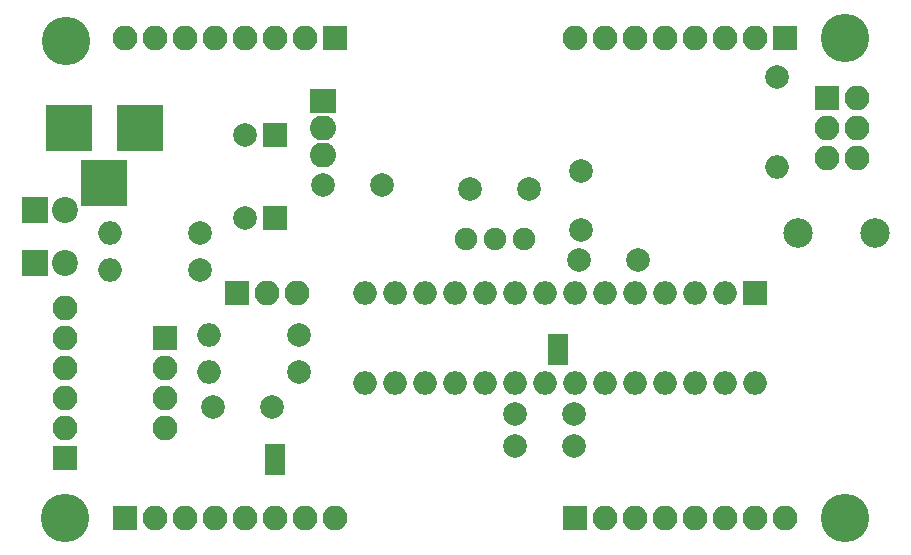
<source format=gbs>
G04 #@! TF.FileFunction,Soldermask,Bot*
%FSLAX46Y46*%
G04 Gerber Fmt 4.6, Leading zero omitted, Abs format (unit mm)*
G04 Created by KiCad (PCBNEW 4.0.7-e2-6376~58~ubuntu16.04.1) date Tue Feb  6 21:40:40 2018*
%MOMM*%
%LPD*%
G01*
G04 APERTURE LIST*
%ADD10C,0.100000*%
%ADD11C,4.100000*%
%ADD12C,2.000000*%
%ADD13R,2.200000X2.200000*%
%ADD14C,2.200000*%
%ADD15R,3.900000X3.900000*%
%ADD16R,2.100000X2.100000*%
%ADD17O,2.100000X2.100000*%
%ADD18O,2.000000X2.000000*%
%ADD19R,2.200000X2.114500*%
%ADD20O,2.200000X2.114500*%
%ADD21R,2.000000X2.000000*%
%ADD22R,1.670000X1.370000*%
%ADD23C,2.500000*%
%ADD24C,1.900000*%
G04 APERTURE END LIST*
D10*
D11*
X180340000Y-40640000D03*
X180340000Y-81280000D03*
X114300000Y-81280000D03*
D12*
X136144000Y-53086000D03*
X141144000Y-53086000D03*
X152400000Y-75184000D03*
X157400000Y-75184000D03*
X157988000Y-56896000D03*
X157988000Y-51896000D03*
X148590000Y-53467000D03*
X153590000Y-53467000D03*
X126873000Y-71882000D03*
X131873000Y-71882000D03*
X152400000Y-72517000D03*
X157400000Y-72517000D03*
D13*
X111760000Y-55245000D03*
D14*
X114300000Y-55245000D03*
D15*
X120650000Y-48260000D03*
X114650000Y-48260000D03*
X117650000Y-52960000D03*
D16*
X128905000Y-62230000D03*
D17*
X131445000Y-62230000D03*
X133985000Y-62230000D03*
D12*
X125730000Y-57150000D03*
D18*
X118110000Y-57150000D03*
D12*
X125730000Y-60325000D03*
D18*
X118110000Y-60325000D03*
D19*
X136144000Y-45974000D03*
D20*
X136144000Y-48260000D03*
X136144000Y-50546000D03*
D21*
X172720000Y-62230000D03*
D18*
X139700000Y-69850000D03*
X170180000Y-62230000D03*
X142240000Y-69850000D03*
X167640000Y-62230000D03*
X144780000Y-69850000D03*
X165100000Y-62230000D03*
X147320000Y-69850000D03*
X162560000Y-62230000D03*
X149860000Y-69850000D03*
X160020000Y-62230000D03*
X152400000Y-69850000D03*
X157480000Y-62230000D03*
X154940000Y-69850000D03*
X154940000Y-62230000D03*
X157480000Y-69850000D03*
X152400000Y-62230000D03*
X160020000Y-69850000D03*
X149860000Y-62230000D03*
X162560000Y-69850000D03*
X147320000Y-62230000D03*
X165100000Y-69850000D03*
X144780000Y-62230000D03*
X167640000Y-69850000D03*
X142240000Y-62230000D03*
X170180000Y-69850000D03*
X139700000Y-62230000D03*
X172720000Y-69850000D03*
D12*
X157861000Y-59436000D03*
X162861000Y-59436000D03*
D16*
X175260000Y-40640000D03*
D17*
X172720000Y-40640000D03*
X170180000Y-40640000D03*
X167640000Y-40640000D03*
X165100000Y-40640000D03*
X162560000Y-40640000D03*
X160020000Y-40640000D03*
X157480000Y-40640000D03*
D16*
X137160000Y-40640000D03*
D17*
X134620000Y-40640000D03*
X132080000Y-40640000D03*
X129540000Y-40640000D03*
X127000000Y-40640000D03*
X124460000Y-40640000D03*
X121920000Y-40640000D03*
X119380000Y-40640000D03*
D16*
X119380000Y-81280000D03*
D17*
X121920000Y-81280000D03*
X124460000Y-81280000D03*
X127000000Y-81280000D03*
X129540000Y-81280000D03*
X132080000Y-81280000D03*
X134620000Y-81280000D03*
X137160000Y-81280000D03*
D16*
X157480000Y-81280000D03*
D17*
X160020000Y-81280000D03*
X162560000Y-81280000D03*
X165100000Y-81280000D03*
X167640000Y-81280000D03*
X170180000Y-81280000D03*
X172720000Y-81280000D03*
X175260000Y-81280000D03*
D16*
X178816000Y-45720000D03*
D17*
X181356000Y-45720000D03*
X178816000Y-48260000D03*
X181356000Y-48260000D03*
X178816000Y-50800000D03*
X181356000Y-50800000D03*
D13*
X111760000Y-59690000D03*
D14*
X114300000Y-59690000D03*
D22*
X132080000Y-75687000D03*
X132080000Y-76967000D03*
X156083000Y-66416000D03*
X156083000Y-67696000D03*
D16*
X114300000Y-76200000D03*
D17*
X114300000Y-73660000D03*
X114300000Y-71120000D03*
X114300000Y-68580000D03*
X114300000Y-66040000D03*
X114300000Y-63500000D03*
D16*
X122809000Y-66040000D03*
D17*
X122809000Y-68580000D03*
X122809000Y-71120000D03*
X122809000Y-73660000D03*
D12*
X174625000Y-43942000D03*
D18*
X174625000Y-51562000D03*
D12*
X134112000Y-68961000D03*
D18*
X126492000Y-68961000D03*
D12*
X134112000Y-65786000D03*
D18*
X126492000Y-65786000D03*
D21*
X132080000Y-48895000D03*
D12*
X129580000Y-48895000D03*
D21*
X132080000Y-55880000D03*
D12*
X129580000Y-55880000D03*
D11*
X114427000Y-40894000D03*
D23*
X182880000Y-57150000D03*
X176380000Y-57150000D03*
D24*
X150722000Y-57658000D03*
X153162000Y-57658000D03*
X148282000Y-57658000D03*
M02*

</source>
